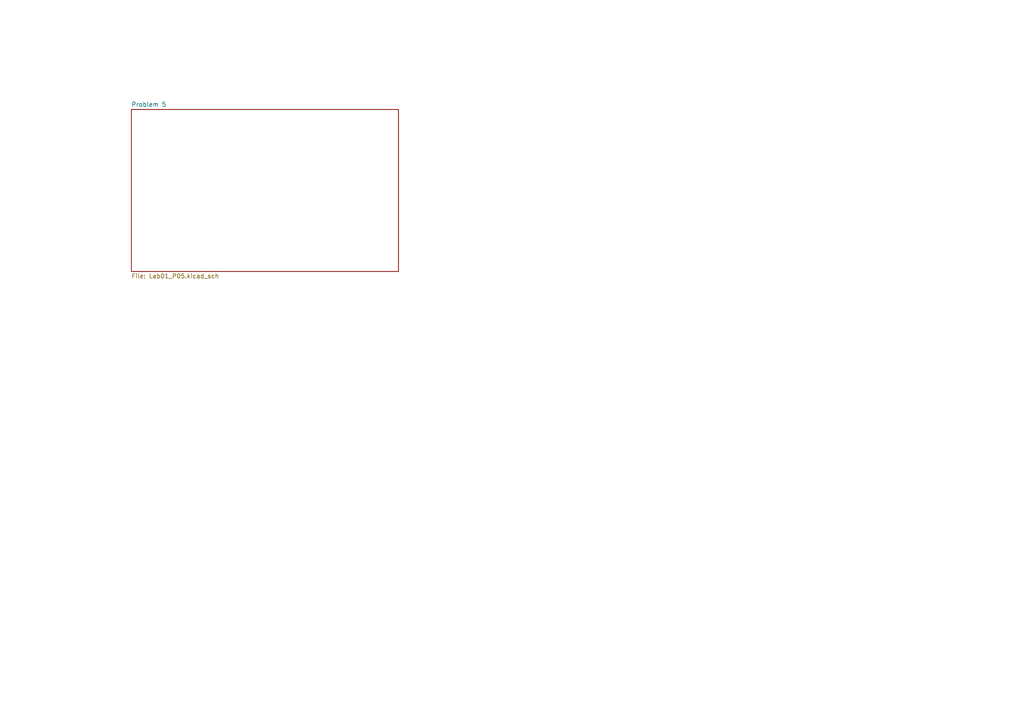
<source format=kicad_sch>
(kicad_sch (version 20230121) (generator eeschema)
  (paper "A4")
  (lib_symbols)
  (sheet (at 38.1 31.75) (size 77.47 46.99) (stroke (width 0.1524))
    (property "Sheetname" "Problem 5" (at 38.1 31.0384 0) (effects (justify left bottom)))
    (property "Sheetfile" "Lab01_P05.kicad_sch" (at 38.1 79.3246 0) (effects (justify left top)))
  )
)
</source>
